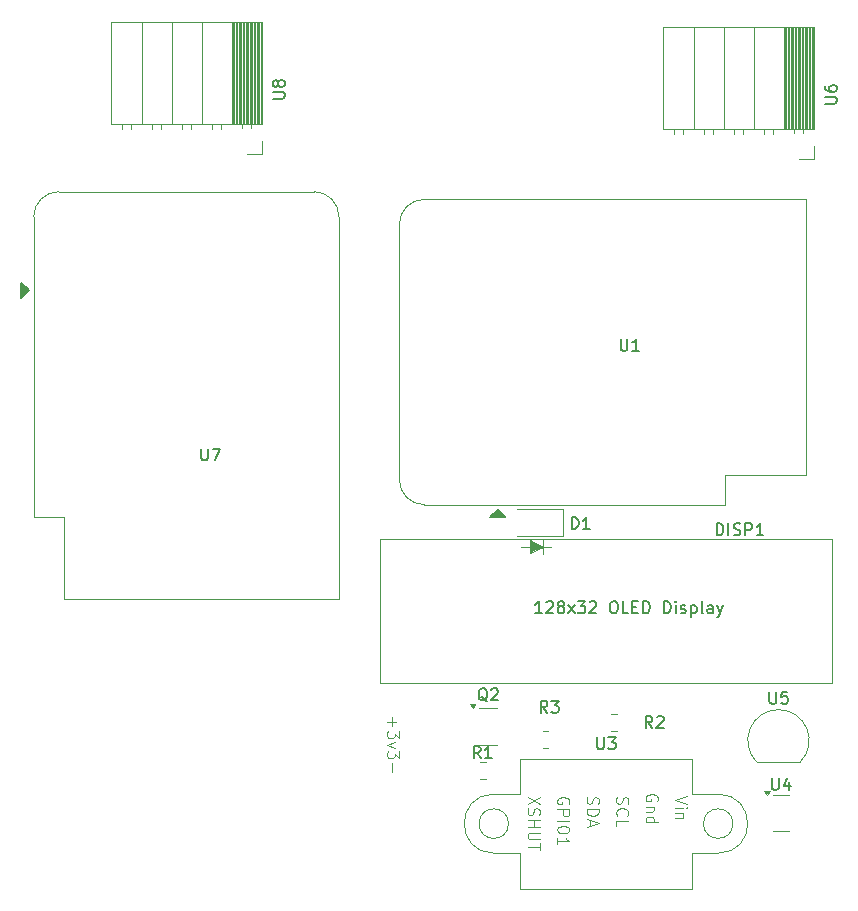
<source format=gbr>
%TF.GenerationSoftware,KiCad,Pcbnew,8.0.7-unknown-202501031822~9d36205ced~ubuntu24.04.1*%
%TF.CreationDate,2025-01-11T19:30:59-05:00*%
%TF.ProjectId,delivery-box-reporter-lora,64656c69-7665-4727-992d-626f782d7265,rev?*%
%TF.SameCoordinates,Original*%
%TF.FileFunction,Legend,Top*%
%TF.FilePolarity,Positive*%
%FSLAX46Y46*%
G04 Gerber Fmt 4.6, Leading zero omitted, Abs format (unit mm)*
G04 Created by KiCad (PCBNEW 8.0.7-unknown-202501031822~9d36205ced~ubuntu24.04.1) date 2025-01-11 19:30:59*
%MOMM*%
%LPD*%
G01*
G04 APERTURE LIST*
%ADD10C,0.100000*%
%ADD11C,0.150000*%
%ADD12C,0.120000*%
G04 APERTURE END LIST*
D10*
X137475000Y-99625000D02*
X137475000Y-100875000D01*
X137475000Y-100250000D02*
X136375000Y-99675000D01*
X136375000Y-99675000D02*
X136375000Y-100825000D01*
X136375000Y-100825000D02*
X137475000Y-100250000D01*
X137475000Y-100250000D02*
X136375000Y-100825000D01*
X136375000Y-99675000D01*
X137475000Y-100250000D01*
G36*
X137475000Y-100250000D02*
G01*
X136375000Y-100825000D01*
X136375000Y-99675000D01*
X137475000Y-100250000D01*
G37*
X135575000Y-100275000D02*
X138125000Y-100275000D01*
X124658533Y-114703884D02*
X124658533Y-115465789D01*
X124277580Y-115084836D02*
X125039485Y-115084836D01*
X125277580Y-115846741D02*
X125277580Y-116465788D01*
X125277580Y-116465788D02*
X124896628Y-116132455D01*
X124896628Y-116132455D02*
X124896628Y-116275312D01*
X124896628Y-116275312D02*
X124849009Y-116370550D01*
X124849009Y-116370550D02*
X124801390Y-116418169D01*
X124801390Y-116418169D02*
X124706152Y-116465788D01*
X124706152Y-116465788D02*
X124468057Y-116465788D01*
X124468057Y-116465788D02*
X124372819Y-116418169D01*
X124372819Y-116418169D02*
X124325200Y-116370550D01*
X124325200Y-116370550D02*
X124277580Y-116275312D01*
X124277580Y-116275312D02*
X124277580Y-115989598D01*
X124277580Y-115989598D02*
X124325200Y-115894360D01*
X124325200Y-115894360D02*
X124372819Y-115846741D01*
X124944247Y-116799122D02*
X124277580Y-117037217D01*
X124277580Y-117037217D02*
X124944247Y-117275312D01*
X125277580Y-117561027D02*
X125277580Y-118180074D01*
X125277580Y-118180074D02*
X124896628Y-117846741D01*
X124896628Y-117846741D02*
X124896628Y-117989598D01*
X124896628Y-117989598D02*
X124849009Y-118084836D01*
X124849009Y-118084836D02*
X124801390Y-118132455D01*
X124801390Y-118132455D02*
X124706152Y-118180074D01*
X124706152Y-118180074D02*
X124468057Y-118180074D01*
X124468057Y-118180074D02*
X124372819Y-118132455D01*
X124372819Y-118132455D02*
X124325200Y-118084836D01*
X124325200Y-118084836D02*
X124277580Y-117989598D01*
X124277580Y-117989598D02*
X124277580Y-117703884D01*
X124277580Y-117703884D02*
X124325200Y-117608646D01*
X124325200Y-117608646D02*
X124372819Y-117561027D01*
X124658533Y-118608646D02*
X124658533Y-119370551D01*
D11*
X152172619Y-99279819D02*
X152172619Y-98279819D01*
X152172619Y-98279819D02*
X152410714Y-98279819D01*
X152410714Y-98279819D02*
X152553571Y-98327438D01*
X152553571Y-98327438D02*
X152648809Y-98422676D01*
X152648809Y-98422676D02*
X152696428Y-98517914D01*
X152696428Y-98517914D02*
X152744047Y-98708390D01*
X152744047Y-98708390D02*
X152744047Y-98851247D01*
X152744047Y-98851247D02*
X152696428Y-99041723D01*
X152696428Y-99041723D02*
X152648809Y-99136961D01*
X152648809Y-99136961D02*
X152553571Y-99232200D01*
X152553571Y-99232200D02*
X152410714Y-99279819D01*
X152410714Y-99279819D02*
X152172619Y-99279819D01*
X153172619Y-99279819D02*
X153172619Y-98279819D01*
X153601190Y-99232200D02*
X153744047Y-99279819D01*
X153744047Y-99279819D02*
X153982142Y-99279819D01*
X153982142Y-99279819D02*
X154077380Y-99232200D01*
X154077380Y-99232200D02*
X154124999Y-99184580D01*
X154124999Y-99184580D02*
X154172618Y-99089342D01*
X154172618Y-99089342D02*
X154172618Y-98994104D01*
X154172618Y-98994104D02*
X154124999Y-98898866D01*
X154124999Y-98898866D02*
X154077380Y-98851247D01*
X154077380Y-98851247D02*
X153982142Y-98803628D01*
X153982142Y-98803628D02*
X153791666Y-98756009D01*
X153791666Y-98756009D02*
X153696428Y-98708390D01*
X153696428Y-98708390D02*
X153648809Y-98660771D01*
X153648809Y-98660771D02*
X153601190Y-98565533D01*
X153601190Y-98565533D02*
X153601190Y-98470295D01*
X153601190Y-98470295D02*
X153648809Y-98375057D01*
X153648809Y-98375057D02*
X153696428Y-98327438D01*
X153696428Y-98327438D02*
X153791666Y-98279819D01*
X153791666Y-98279819D02*
X154029761Y-98279819D01*
X154029761Y-98279819D02*
X154172618Y-98327438D01*
X154601190Y-99279819D02*
X154601190Y-98279819D01*
X154601190Y-98279819D02*
X154982142Y-98279819D01*
X154982142Y-98279819D02*
X155077380Y-98327438D01*
X155077380Y-98327438D02*
X155124999Y-98375057D01*
X155124999Y-98375057D02*
X155172618Y-98470295D01*
X155172618Y-98470295D02*
X155172618Y-98613152D01*
X155172618Y-98613152D02*
X155124999Y-98708390D01*
X155124999Y-98708390D02*
X155077380Y-98756009D01*
X155077380Y-98756009D02*
X154982142Y-98803628D01*
X154982142Y-98803628D02*
X154601190Y-98803628D01*
X156124999Y-99279819D02*
X155553571Y-99279819D01*
X155839285Y-99279819D02*
X155839285Y-98279819D01*
X155839285Y-98279819D02*
X155744047Y-98422676D01*
X155744047Y-98422676D02*
X155648809Y-98517914D01*
X155648809Y-98517914D02*
X155553571Y-98565533D01*
X137374056Y-105879419D02*
X136802628Y-105879419D01*
X137088342Y-105879419D02*
X137088342Y-104879419D01*
X137088342Y-104879419D02*
X136993104Y-105022276D01*
X136993104Y-105022276D02*
X136897866Y-105117514D01*
X136897866Y-105117514D02*
X136802628Y-105165133D01*
X137755009Y-104974657D02*
X137802628Y-104927038D01*
X137802628Y-104927038D02*
X137897866Y-104879419D01*
X137897866Y-104879419D02*
X138135961Y-104879419D01*
X138135961Y-104879419D02*
X138231199Y-104927038D01*
X138231199Y-104927038D02*
X138278818Y-104974657D01*
X138278818Y-104974657D02*
X138326437Y-105069895D01*
X138326437Y-105069895D02*
X138326437Y-105165133D01*
X138326437Y-105165133D02*
X138278818Y-105307990D01*
X138278818Y-105307990D02*
X137707390Y-105879419D01*
X137707390Y-105879419D02*
X138326437Y-105879419D01*
X138897866Y-105307990D02*
X138802628Y-105260371D01*
X138802628Y-105260371D02*
X138755009Y-105212752D01*
X138755009Y-105212752D02*
X138707390Y-105117514D01*
X138707390Y-105117514D02*
X138707390Y-105069895D01*
X138707390Y-105069895D02*
X138755009Y-104974657D01*
X138755009Y-104974657D02*
X138802628Y-104927038D01*
X138802628Y-104927038D02*
X138897866Y-104879419D01*
X138897866Y-104879419D02*
X139088342Y-104879419D01*
X139088342Y-104879419D02*
X139183580Y-104927038D01*
X139183580Y-104927038D02*
X139231199Y-104974657D01*
X139231199Y-104974657D02*
X139278818Y-105069895D01*
X139278818Y-105069895D02*
X139278818Y-105117514D01*
X139278818Y-105117514D02*
X139231199Y-105212752D01*
X139231199Y-105212752D02*
X139183580Y-105260371D01*
X139183580Y-105260371D02*
X139088342Y-105307990D01*
X139088342Y-105307990D02*
X138897866Y-105307990D01*
X138897866Y-105307990D02*
X138802628Y-105355609D01*
X138802628Y-105355609D02*
X138755009Y-105403228D01*
X138755009Y-105403228D02*
X138707390Y-105498466D01*
X138707390Y-105498466D02*
X138707390Y-105688942D01*
X138707390Y-105688942D02*
X138755009Y-105784180D01*
X138755009Y-105784180D02*
X138802628Y-105831800D01*
X138802628Y-105831800D02*
X138897866Y-105879419D01*
X138897866Y-105879419D02*
X139088342Y-105879419D01*
X139088342Y-105879419D02*
X139183580Y-105831800D01*
X139183580Y-105831800D02*
X139231199Y-105784180D01*
X139231199Y-105784180D02*
X139278818Y-105688942D01*
X139278818Y-105688942D02*
X139278818Y-105498466D01*
X139278818Y-105498466D02*
X139231199Y-105403228D01*
X139231199Y-105403228D02*
X139183580Y-105355609D01*
X139183580Y-105355609D02*
X139088342Y-105307990D01*
X139612152Y-105879419D02*
X140135961Y-105212752D01*
X139612152Y-105212752D02*
X140135961Y-105879419D01*
X140421676Y-104879419D02*
X141040723Y-104879419D01*
X141040723Y-104879419D02*
X140707390Y-105260371D01*
X140707390Y-105260371D02*
X140850247Y-105260371D01*
X140850247Y-105260371D02*
X140945485Y-105307990D01*
X140945485Y-105307990D02*
X140993104Y-105355609D01*
X140993104Y-105355609D02*
X141040723Y-105450847D01*
X141040723Y-105450847D02*
X141040723Y-105688942D01*
X141040723Y-105688942D02*
X140993104Y-105784180D01*
X140993104Y-105784180D02*
X140945485Y-105831800D01*
X140945485Y-105831800D02*
X140850247Y-105879419D01*
X140850247Y-105879419D02*
X140564533Y-105879419D01*
X140564533Y-105879419D02*
X140469295Y-105831800D01*
X140469295Y-105831800D02*
X140421676Y-105784180D01*
X141421676Y-104974657D02*
X141469295Y-104927038D01*
X141469295Y-104927038D02*
X141564533Y-104879419D01*
X141564533Y-104879419D02*
X141802628Y-104879419D01*
X141802628Y-104879419D02*
X141897866Y-104927038D01*
X141897866Y-104927038D02*
X141945485Y-104974657D01*
X141945485Y-104974657D02*
X141993104Y-105069895D01*
X141993104Y-105069895D02*
X141993104Y-105165133D01*
X141993104Y-105165133D02*
X141945485Y-105307990D01*
X141945485Y-105307990D02*
X141374057Y-105879419D01*
X141374057Y-105879419D02*
X141993104Y-105879419D01*
X143374057Y-104879419D02*
X143564533Y-104879419D01*
X143564533Y-104879419D02*
X143659771Y-104927038D01*
X143659771Y-104927038D02*
X143755009Y-105022276D01*
X143755009Y-105022276D02*
X143802628Y-105212752D01*
X143802628Y-105212752D02*
X143802628Y-105546085D01*
X143802628Y-105546085D02*
X143755009Y-105736561D01*
X143755009Y-105736561D02*
X143659771Y-105831800D01*
X143659771Y-105831800D02*
X143564533Y-105879419D01*
X143564533Y-105879419D02*
X143374057Y-105879419D01*
X143374057Y-105879419D02*
X143278819Y-105831800D01*
X143278819Y-105831800D02*
X143183581Y-105736561D01*
X143183581Y-105736561D02*
X143135962Y-105546085D01*
X143135962Y-105546085D02*
X143135962Y-105212752D01*
X143135962Y-105212752D02*
X143183581Y-105022276D01*
X143183581Y-105022276D02*
X143278819Y-104927038D01*
X143278819Y-104927038D02*
X143374057Y-104879419D01*
X144707390Y-105879419D02*
X144231200Y-105879419D01*
X144231200Y-105879419D02*
X144231200Y-104879419D01*
X145040724Y-105355609D02*
X145374057Y-105355609D01*
X145516914Y-105879419D02*
X145040724Y-105879419D01*
X145040724Y-105879419D02*
X145040724Y-104879419D01*
X145040724Y-104879419D02*
X145516914Y-104879419D01*
X145945486Y-105879419D02*
X145945486Y-104879419D01*
X145945486Y-104879419D02*
X146183581Y-104879419D01*
X146183581Y-104879419D02*
X146326438Y-104927038D01*
X146326438Y-104927038D02*
X146421676Y-105022276D01*
X146421676Y-105022276D02*
X146469295Y-105117514D01*
X146469295Y-105117514D02*
X146516914Y-105307990D01*
X146516914Y-105307990D02*
X146516914Y-105450847D01*
X146516914Y-105450847D02*
X146469295Y-105641323D01*
X146469295Y-105641323D02*
X146421676Y-105736561D01*
X146421676Y-105736561D02*
X146326438Y-105831800D01*
X146326438Y-105831800D02*
X146183581Y-105879419D01*
X146183581Y-105879419D02*
X145945486Y-105879419D01*
X147707391Y-105879419D02*
X147707391Y-104879419D01*
X147707391Y-104879419D02*
X147945486Y-104879419D01*
X147945486Y-104879419D02*
X148088343Y-104927038D01*
X148088343Y-104927038D02*
X148183581Y-105022276D01*
X148183581Y-105022276D02*
X148231200Y-105117514D01*
X148231200Y-105117514D02*
X148278819Y-105307990D01*
X148278819Y-105307990D02*
X148278819Y-105450847D01*
X148278819Y-105450847D02*
X148231200Y-105641323D01*
X148231200Y-105641323D02*
X148183581Y-105736561D01*
X148183581Y-105736561D02*
X148088343Y-105831800D01*
X148088343Y-105831800D02*
X147945486Y-105879419D01*
X147945486Y-105879419D02*
X147707391Y-105879419D01*
X148707391Y-105879419D02*
X148707391Y-105212752D01*
X148707391Y-104879419D02*
X148659772Y-104927038D01*
X148659772Y-104927038D02*
X148707391Y-104974657D01*
X148707391Y-104974657D02*
X148755010Y-104927038D01*
X148755010Y-104927038D02*
X148707391Y-104879419D01*
X148707391Y-104879419D02*
X148707391Y-104974657D01*
X149135962Y-105831800D02*
X149231200Y-105879419D01*
X149231200Y-105879419D02*
X149421676Y-105879419D01*
X149421676Y-105879419D02*
X149516914Y-105831800D01*
X149516914Y-105831800D02*
X149564533Y-105736561D01*
X149564533Y-105736561D02*
X149564533Y-105688942D01*
X149564533Y-105688942D02*
X149516914Y-105593704D01*
X149516914Y-105593704D02*
X149421676Y-105546085D01*
X149421676Y-105546085D02*
X149278819Y-105546085D01*
X149278819Y-105546085D02*
X149183581Y-105498466D01*
X149183581Y-105498466D02*
X149135962Y-105403228D01*
X149135962Y-105403228D02*
X149135962Y-105355609D01*
X149135962Y-105355609D02*
X149183581Y-105260371D01*
X149183581Y-105260371D02*
X149278819Y-105212752D01*
X149278819Y-105212752D02*
X149421676Y-105212752D01*
X149421676Y-105212752D02*
X149516914Y-105260371D01*
X149993105Y-105212752D02*
X149993105Y-106212752D01*
X149993105Y-105260371D02*
X150088343Y-105212752D01*
X150088343Y-105212752D02*
X150278819Y-105212752D01*
X150278819Y-105212752D02*
X150374057Y-105260371D01*
X150374057Y-105260371D02*
X150421676Y-105307990D01*
X150421676Y-105307990D02*
X150469295Y-105403228D01*
X150469295Y-105403228D02*
X150469295Y-105688942D01*
X150469295Y-105688942D02*
X150421676Y-105784180D01*
X150421676Y-105784180D02*
X150374057Y-105831800D01*
X150374057Y-105831800D02*
X150278819Y-105879419D01*
X150278819Y-105879419D02*
X150088343Y-105879419D01*
X150088343Y-105879419D02*
X149993105Y-105831800D01*
X151040724Y-105879419D02*
X150945486Y-105831800D01*
X150945486Y-105831800D02*
X150897867Y-105736561D01*
X150897867Y-105736561D02*
X150897867Y-104879419D01*
X151850248Y-105879419D02*
X151850248Y-105355609D01*
X151850248Y-105355609D02*
X151802629Y-105260371D01*
X151802629Y-105260371D02*
X151707391Y-105212752D01*
X151707391Y-105212752D02*
X151516915Y-105212752D01*
X151516915Y-105212752D02*
X151421677Y-105260371D01*
X151850248Y-105831800D02*
X151755010Y-105879419D01*
X151755010Y-105879419D02*
X151516915Y-105879419D01*
X151516915Y-105879419D02*
X151421677Y-105831800D01*
X151421677Y-105831800D02*
X151374058Y-105736561D01*
X151374058Y-105736561D02*
X151374058Y-105641323D01*
X151374058Y-105641323D02*
X151421677Y-105546085D01*
X151421677Y-105546085D02*
X151516915Y-105498466D01*
X151516915Y-105498466D02*
X151755010Y-105498466D01*
X151755010Y-105498466D02*
X151850248Y-105450847D01*
X152231201Y-105212752D02*
X152469296Y-105879419D01*
X152707391Y-105212752D02*
X152469296Y-105879419D01*
X152469296Y-105879419D02*
X152374058Y-106117514D01*
X152374058Y-106117514D02*
X152326439Y-106165133D01*
X152326439Y-106165133D02*
X152231201Y-106212752D01*
X146733333Y-115604819D02*
X146400000Y-115128628D01*
X146161905Y-115604819D02*
X146161905Y-114604819D01*
X146161905Y-114604819D02*
X146542857Y-114604819D01*
X146542857Y-114604819D02*
X146638095Y-114652438D01*
X146638095Y-114652438D02*
X146685714Y-114700057D01*
X146685714Y-114700057D02*
X146733333Y-114795295D01*
X146733333Y-114795295D02*
X146733333Y-114938152D01*
X146733333Y-114938152D02*
X146685714Y-115033390D01*
X146685714Y-115033390D02*
X146638095Y-115081009D01*
X146638095Y-115081009D02*
X146542857Y-115128628D01*
X146542857Y-115128628D02*
X146161905Y-115128628D01*
X147114286Y-114700057D02*
X147161905Y-114652438D01*
X147161905Y-114652438D02*
X147257143Y-114604819D01*
X147257143Y-114604819D02*
X147495238Y-114604819D01*
X147495238Y-114604819D02*
X147590476Y-114652438D01*
X147590476Y-114652438D02*
X147638095Y-114700057D01*
X147638095Y-114700057D02*
X147685714Y-114795295D01*
X147685714Y-114795295D02*
X147685714Y-114890533D01*
X147685714Y-114890533D02*
X147638095Y-115033390D01*
X147638095Y-115033390D02*
X147066667Y-115604819D01*
X147066667Y-115604819D02*
X147685714Y-115604819D01*
X114594819Y-62311904D02*
X115404342Y-62311904D01*
X115404342Y-62311904D02*
X115499580Y-62264285D01*
X115499580Y-62264285D02*
X115547200Y-62216666D01*
X115547200Y-62216666D02*
X115594819Y-62121428D01*
X115594819Y-62121428D02*
X115594819Y-61930952D01*
X115594819Y-61930952D02*
X115547200Y-61835714D01*
X115547200Y-61835714D02*
X115499580Y-61788095D01*
X115499580Y-61788095D02*
X115404342Y-61740476D01*
X115404342Y-61740476D02*
X114594819Y-61740476D01*
X115023390Y-61121428D02*
X114975771Y-61216666D01*
X114975771Y-61216666D02*
X114928152Y-61264285D01*
X114928152Y-61264285D02*
X114832914Y-61311904D01*
X114832914Y-61311904D02*
X114785295Y-61311904D01*
X114785295Y-61311904D02*
X114690057Y-61264285D01*
X114690057Y-61264285D02*
X114642438Y-61216666D01*
X114642438Y-61216666D02*
X114594819Y-61121428D01*
X114594819Y-61121428D02*
X114594819Y-60930952D01*
X114594819Y-60930952D02*
X114642438Y-60835714D01*
X114642438Y-60835714D02*
X114690057Y-60788095D01*
X114690057Y-60788095D02*
X114785295Y-60740476D01*
X114785295Y-60740476D02*
X114832914Y-60740476D01*
X114832914Y-60740476D02*
X114928152Y-60788095D01*
X114928152Y-60788095D02*
X114975771Y-60835714D01*
X114975771Y-60835714D02*
X115023390Y-60930952D01*
X115023390Y-60930952D02*
X115023390Y-61121428D01*
X115023390Y-61121428D02*
X115071009Y-61216666D01*
X115071009Y-61216666D02*
X115118628Y-61264285D01*
X115118628Y-61264285D02*
X115213866Y-61311904D01*
X115213866Y-61311904D02*
X115404342Y-61311904D01*
X115404342Y-61311904D02*
X115499580Y-61264285D01*
X115499580Y-61264285D02*
X115547200Y-61216666D01*
X115547200Y-61216666D02*
X115594819Y-61121428D01*
X115594819Y-61121428D02*
X115594819Y-60930952D01*
X115594819Y-60930952D02*
X115547200Y-60835714D01*
X115547200Y-60835714D02*
X115499580Y-60788095D01*
X115499580Y-60788095D02*
X115404342Y-60740476D01*
X115404342Y-60740476D02*
X115213866Y-60740476D01*
X115213866Y-60740476D02*
X115118628Y-60788095D01*
X115118628Y-60788095D02*
X115071009Y-60835714D01*
X115071009Y-60835714D02*
X115023390Y-60930952D01*
X156643095Y-112544819D02*
X156643095Y-113354342D01*
X156643095Y-113354342D02*
X156690714Y-113449580D01*
X156690714Y-113449580D02*
X156738333Y-113497200D01*
X156738333Y-113497200D02*
X156833571Y-113544819D01*
X156833571Y-113544819D02*
X157024047Y-113544819D01*
X157024047Y-113544819D02*
X157119285Y-113497200D01*
X157119285Y-113497200D02*
X157166904Y-113449580D01*
X157166904Y-113449580D02*
X157214523Y-113354342D01*
X157214523Y-113354342D02*
X157214523Y-112544819D01*
X158166904Y-112544819D02*
X157690714Y-112544819D01*
X157690714Y-112544819D02*
X157643095Y-113021009D01*
X157643095Y-113021009D02*
X157690714Y-112973390D01*
X157690714Y-112973390D02*
X157785952Y-112925771D01*
X157785952Y-112925771D02*
X158024047Y-112925771D01*
X158024047Y-112925771D02*
X158119285Y-112973390D01*
X158119285Y-112973390D02*
X158166904Y-113021009D01*
X158166904Y-113021009D02*
X158214523Y-113116247D01*
X158214523Y-113116247D02*
X158214523Y-113354342D01*
X158214523Y-113354342D02*
X158166904Y-113449580D01*
X158166904Y-113449580D02*
X158119285Y-113497200D01*
X158119285Y-113497200D02*
X158024047Y-113544819D01*
X158024047Y-113544819D02*
X157785952Y-113544819D01*
X157785952Y-113544819D02*
X157690714Y-113497200D01*
X157690714Y-113497200D02*
X157643095Y-113449580D01*
X156850595Y-119854819D02*
X156850595Y-120664342D01*
X156850595Y-120664342D02*
X156898214Y-120759580D01*
X156898214Y-120759580D02*
X156945833Y-120807200D01*
X156945833Y-120807200D02*
X157041071Y-120854819D01*
X157041071Y-120854819D02*
X157231547Y-120854819D01*
X157231547Y-120854819D02*
X157326785Y-120807200D01*
X157326785Y-120807200D02*
X157374404Y-120759580D01*
X157374404Y-120759580D02*
X157422023Y-120664342D01*
X157422023Y-120664342D02*
X157422023Y-119854819D01*
X158326785Y-120188152D02*
X158326785Y-120854819D01*
X158088690Y-119807200D02*
X157850595Y-120521485D01*
X157850595Y-120521485D02*
X158469642Y-120521485D01*
X161334819Y-62731904D02*
X162144342Y-62731904D01*
X162144342Y-62731904D02*
X162239580Y-62684285D01*
X162239580Y-62684285D02*
X162287200Y-62636666D01*
X162287200Y-62636666D02*
X162334819Y-62541428D01*
X162334819Y-62541428D02*
X162334819Y-62350952D01*
X162334819Y-62350952D02*
X162287200Y-62255714D01*
X162287200Y-62255714D02*
X162239580Y-62208095D01*
X162239580Y-62208095D02*
X162144342Y-62160476D01*
X162144342Y-62160476D02*
X161334819Y-62160476D01*
X161334819Y-61255714D02*
X161334819Y-61446190D01*
X161334819Y-61446190D02*
X161382438Y-61541428D01*
X161382438Y-61541428D02*
X161430057Y-61589047D01*
X161430057Y-61589047D02*
X161572914Y-61684285D01*
X161572914Y-61684285D02*
X161763390Y-61731904D01*
X161763390Y-61731904D02*
X162144342Y-61731904D01*
X162144342Y-61731904D02*
X162239580Y-61684285D01*
X162239580Y-61684285D02*
X162287200Y-61636666D01*
X162287200Y-61636666D02*
X162334819Y-61541428D01*
X162334819Y-61541428D02*
X162334819Y-61350952D01*
X162334819Y-61350952D02*
X162287200Y-61255714D01*
X162287200Y-61255714D02*
X162239580Y-61208095D01*
X162239580Y-61208095D02*
X162144342Y-61160476D01*
X162144342Y-61160476D02*
X161906247Y-61160476D01*
X161906247Y-61160476D02*
X161811009Y-61208095D01*
X161811009Y-61208095D02*
X161763390Y-61255714D01*
X161763390Y-61255714D02*
X161715771Y-61350952D01*
X161715771Y-61350952D02*
X161715771Y-61541428D01*
X161715771Y-61541428D02*
X161763390Y-61636666D01*
X161763390Y-61636666D02*
X161811009Y-61684285D01*
X161811009Y-61684285D02*
X161906247Y-61731904D01*
X132183333Y-118154819D02*
X131850000Y-117678628D01*
X131611905Y-118154819D02*
X131611905Y-117154819D01*
X131611905Y-117154819D02*
X131992857Y-117154819D01*
X131992857Y-117154819D02*
X132088095Y-117202438D01*
X132088095Y-117202438D02*
X132135714Y-117250057D01*
X132135714Y-117250057D02*
X132183333Y-117345295D01*
X132183333Y-117345295D02*
X132183333Y-117488152D01*
X132183333Y-117488152D02*
X132135714Y-117583390D01*
X132135714Y-117583390D02*
X132088095Y-117631009D01*
X132088095Y-117631009D02*
X131992857Y-117678628D01*
X131992857Y-117678628D02*
X131611905Y-117678628D01*
X133135714Y-118154819D02*
X132564286Y-118154819D01*
X132850000Y-118154819D02*
X132850000Y-117154819D01*
X132850000Y-117154819D02*
X132754762Y-117297676D01*
X132754762Y-117297676D02*
X132659524Y-117392914D01*
X132659524Y-117392914D02*
X132564286Y-117440533D01*
X137833333Y-114304819D02*
X137500000Y-113828628D01*
X137261905Y-114304819D02*
X137261905Y-113304819D01*
X137261905Y-113304819D02*
X137642857Y-113304819D01*
X137642857Y-113304819D02*
X137738095Y-113352438D01*
X137738095Y-113352438D02*
X137785714Y-113400057D01*
X137785714Y-113400057D02*
X137833333Y-113495295D01*
X137833333Y-113495295D02*
X137833333Y-113638152D01*
X137833333Y-113638152D02*
X137785714Y-113733390D01*
X137785714Y-113733390D02*
X137738095Y-113781009D01*
X137738095Y-113781009D02*
X137642857Y-113828628D01*
X137642857Y-113828628D02*
X137261905Y-113828628D01*
X138166667Y-113304819D02*
X138785714Y-113304819D01*
X138785714Y-113304819D02*
X138452381Y-113685771D01*
X138452381Y-113685771D02*
X138595238Y-113685771D01*
X138595238Y-113685771D02*
X138690476Y-113733390D01*
X138690476Y-113733390D02*
X138738095Y-113781009D01*
X138738095Y-113781009D02*
X138785714Y-113876247D01*
X138785714Y-113876247D02*
X138785714Y-114114342D01*
X138785714Y-114114342D02*
X138738095Y-114209580D01*
X138738095Y-114209580D02*
X138690476Y-114257200D01*
X138690476Y-114257200D02*
X138595238Y-114304819D01*
X138595238Y-114304819D02*
X138309524Y-114304819D01*
X138309524Y-114304819D02*
X138214286Y-114257200D01*
X138214286Y-114257200D02*
X138166667Y-114209580D01*
X108538095Y-91954819D02*
X108538095Y-92764342D01*
X108538095Y-92764342D02*
X108585714Y-92859580D01*
X108585714Y-92859580D02*
X108633333Y-92907200D01*
X108633333Y-92907200D02*
X108728571Y-92954819D01*
X108728571Y-92954819D02*
X108919047Y-92954819D01*
X108919047Y-92954819D02*
X109014285Y-92907200D01*
X109014285Y-92907200D02*
X109061904Y-92859580D01*
X109061904Y-92859580D02*
X109109523Y-92764342D01*
X109109523Y-92764342D02*
X109109523Y-91954819D01*
X109490476Y-91954819D02*
X110157142Y-91954819D01*
X110157142Y-91954819D02*
X109728571Y-92954819D01*
X144038095Y-82654819D02*
X144038095Y-83464342D01*
X144038095Y-83464342D02*
X144085714Y-83559580D01*
X144085714Y-83559580D02*
X144133333Y-83607200D01*
X144133333Y-83607200D02*
X144228571Y-83654819D01*
X144228571Y-83654819D02*
X144419047Y-83654819D01*
X144419047Y-83654819D02*
X144514285Y-83607200D01*
X144514285Y-83607200D02*
X144561904Y-83559580D01*
X144561904Y-83559580D02*
X144609523Y-83464342D01*
X144609523Y-83464342D02*
X144609523Y-82654819D01*
X145609523Y-83654819D02*
X145038095Y-83654819D01*
X145323809Y-83654819D02*
X145323809Y-82654819D01*
X145323809Y-82654819D02*
X145228571Y-82797676D01*
X145228571Y-82797676D02*
X145133333Y-82892914D01*
X145133333Y-82892914D02*
X145038095Y-82940533D01*
X139911905Y-98754819D02*
X139911905Y-97754819D01*
X139911905Y-97754819D02*
X140150000Y-97754819D01*
X140150000Y-97754819D02*
X140292857Y-97802438D01*
X140292857Y-97802438D02*
X140388095Y-97897676D01*
X140388095Y-97897676D02*
X140435714Y-97992914D01*
X140435714Y-97992914D02*
X140483333Y-98183390D01*
X140483333Y-98183390D02*
X140483333Y-98326247D01*
X140483333Y-98326247D02*
X140435714Y-98516723D01*
X140435714Y-98516723D02*
X140388095Y-98611961D01*
X140388095Y-98611961D02*
X140292857Y-98707200D01*
X140292857Y-98707200D02*
X140150000Y-98754819D01*
X140150000Y-98754819D02*
X139911905Y-98754819D01*
X141435714Y-98754819D02*
X140864286Y-98754819D01*
X141150000Y-98754819D02*
X141150000Y-97754819D01*
X141150000Y-97754819D02*
X141054762Y-97897676D01*
X141054762Y-97897676D02*
X140959524Y-97992914D01*
X140959524Y-97992914D02*
X140864286Y-98040533D01*
X132754761Y-113350057D02*
X132659523Y-113302438D01*
X132659523Y-113302438D02*
X132564285Y-113207200D01*
X132564285Y-113207200D02*
X132421428Y-113064342D01*
X132421428Y-113064342D02*
X132326190Y-113016723D01*
X132326190Y-113016723D02*
X132230952Y-113016723D01*
X132278571Y-113254819D02*
X132183333Y-113207200D01*
X132183333Y-113207200D02*
X132088095Y-113111961D01*
X132088095Y-113111961D02*
X132040476Y-112921485D01*
X132040476Y-112921485D02*
X132040476Y-112588152D01*
X132040476Y-112588152D02*
X132088095Y-112397676D01*
X132088095Y-112397676D02*
X132183333Y-112302438D01*
X132183333Y-112302438D02*
X132278571Y-112254819D01*
X132278571Y-112254819D02*
X132469047Y-112254819D01*
X132469047Y-112254819D02*
X132564285Y-112302438D01*
X132564285Y-112302438D02*
X132659523Y-112397676D01*
X132659523Y-112397676D02*
X132707142Y-112588152D01*
X132707142Y-112588152D02*
X132707142Y-112921485D01*
X132707142Y-112921485D02*
X132659523Y-113111961D01*
X132659523Y-113111961D02*
X132564285Y-113207200D01*
X132564285Y-113207200D02*
X132469047Y-113254819D01*
X132469047Y-113254819D02*
X132278571Y-113254819D01*
X133088095Y-112350057D02*
X133135714Y-112302438D01*
X133135714Y-112302438D02*
X133230952Y-112254819D01*
X133230952Y-112254819D02*
X133469047Y-112254819D01*
X133469047Y-112254819D02*
X133564285Y-112302438D01*
X133564285Y-112302438D02*
X133611904Y-112350057D01*
X133611904Y-112350057D02*
X133659523Y-112445295D01*
X133659523Y-112445295D02*
X133659523Y-112540533D01*
X133659523Y-112540533D02*
X133611904Y-112683390D01*
X133611904Y-112683390D02*
X133040476Y-113254819D01*
X133040476Y-113254819D02*
X133659523Y-113254819D01*
X142038095Y-116404819D02*
X142038095Y-117214342D01*
X142038095Y-117214342D02*
X142085714Y-117309580D01*
X142085714Y-117309580D02*
X142133333Y-117357200D01*
X142133333Y-117357200D02*
X142228571Y-117404819D01*
X142228571Y-117404819D02*
X142419047Y-117404819D01*
X142419047Y-117404819D02*
X142514285Y-117357200D01*
X142514285Y-117357200D02*
X142561904Y-117309580D01*
X142561904Y-117309580D02*
X142609523Y-117214342D01*
X142609523Y-117214342D02*
X142609523Y-116404819D01*
X142990476Y-116404819D02*
X143609523Y-116404819D01*
X143609523Y-116404819D02*
X143276190Y-116785771D01*
X143276190Y-116785771D02*
X143419047Y-116785771D01*
X143419047Y-116785771D02*
X143514285Y-116833390D01*
X143514285Y-116833390D02*
X143561904Y-116881009D01*
X143561904Y-116881009D02*
X143609523Y-116976247D01*
X143609523Y-116976247D02*
X143609523Y-117214342D01*
X143609523Y-117214342D02*
X143561904Y-117309580D01*
X143561904Y-117309580D02*
X143514285Y-117357200D01*
X143514285Y-117357200D02*
X143419047Y-117404819D01*
X143419047Y-117404819D02*
X143133333Y-117404819D01*
X143133333Y-117404819D02*
X143038095Y-117357200D01*
X143038095Y-117357200D02*
X142990476Y-117309580D01*
D10*
X149677580Y-121361027D02*
X148677580Y-121694360D01*
X148677580Y-121694360D02*
X149677580Y-122027693D01*
X148677580Y-122361027D02*
X149344247Y-122361027D01*
X149677580Y-122361027D02*
X149629961Y-122313408D01*
X149629961Y-122313408D02*
X149582342Y-122361027D01*
X149582342Y-122361027D02*
X149629961Y-122408646D01*
X149629961Y-122408646D02*
X149677580Y-122361027D01*
X149677580Y-122361027D02*
X149582342Y-122361027D01*
X149344247Y-122837217D02*
X148677580Y-122837217D01*
X149249009Y-122837217D02*
X149296628Y-122884836D01*
X149296628Y-122884836D02*
X149344247Y-122980074D01*
X149344247Y-122980074D02*
X149344247Y-123122931D01*
X149344247Y-123122931D02*
X149296628Y-123218169D01*
X149296628Y-123218169D02*
X149201390Y-123265788D01*
X149201390Y-123265788D02*
X148677580Y-123265788D01*
X139629961Y-122027693D02*
X139677580Y-121932455D01*
X139677580Y-121932455D02*
X139677580Y-121789598D01*
X139677580Y-121789598D02*
X139629961Y-121646741D01*
X139629961Y-121646741D02*
X139534723Y-121551503D01*
X139534723Y-121551503D02*
X139439485Y-121503884D01*
X139439485Y-121503884D02*
X139249009Y-121456265D01*
X139249009Y-121456265D02*
X139106152Y-121456265D01*
X139106152Y-121456265D02*
X138915676Y-121503884D01*
X138915676Y-121503884D02*
X138820438Y-121551503D01*
X138820438Y-121551503D02*
X138725200Y-121646741D01*
X138725200Y-121646741D02*
X138677580Y-121789598D01*
X138677580Y-121789598D02*
X138677580Y-121884836D01*
X138677580Y-121884836D02*
X138725200Y-122027693D01*
X138725200Y-122027693D02*
X138772819Y-122075312D01*
X138772819Y-122075312D02*
X139106152Y-122075312D01*
X139106152Y-122075312D02*
X139106152Y-121884836D01*
X138677580Y-122503884D02*
X139677580Y-122503884D01*
X139677580Y-122503884D02*
X139677580Y-122884836D01*
X139677580Y-122884836D02*
X139629961Y-122980074D01*
X139629961Y-122980074D02*
X139582342Y-123027693D01*
X139582342Y-123027693D02*
X139487104Y-123075312D01*
X139487104Y-123075312D02*
X139344247Y-123075312D01*
X139344247Y-123075312D02*
X139249009Y-123027693D01*
X139249009Y-123027693D02*
X139201390Y-122980074D01*
X139201390Y-122980074D02*
X139153771Y-122884836D01*
X139153771Y-122884836D02*
X139153771Y-122503884D01*
X138677580Y-123503884D02*
X139677580Y-123503884D01*
X139677580Y-124170550D02*
X139677580Y-124265788D01*
X139677580Y-124265788D02*
X139629961Y-124361026D01*
X139629961Y-124361026D02*
X139582342Y-124408645D01*
X139582342Y-124408645D02*
X139487104Y-124456264D01*
X139487104Y-124456264D02*
X139296628Y-124503883D01*
X139296628Y-124503883D02*
X139058533Y-124503883D01*
X139058533Y-124503883D02*
X138868057Y-124456264D01*
X138868057Y-124456264D02*
X138772819Y-124408645D01*
X138772819Y-124408645D02*
X138725200Y-124361026D01*
X138725200Y-124361026D02*
X138677580Y-124265788D01*
X138677580Y-124265788D02*
X138677580Y-124170550D01*
X138677580Y-124170550D02*
X138725200Y-124075312D01*
X138725200Y-124075312D02*
X138772819Y-124027693D01*
X138772819Y-124027693D02*
X138868057Y-123980074D01*
X138868057Y-123980074D02*
X139058533Y-123932455D01*
X139058533Y-123932455D02*
X139296628Y-123932455D01*
X139296628Y-123932455D02*
X139487104Y-123980074D01*
X139487104Y-123980074D02*
X139582342Y-124027693D01*
X139582342Y-124027693D02*
X139629961Y-124075312D01*
X139629961Y-124075312D02*
X139677580Y-124170550D01*
X138677580Y-125456264D02*
X138677580Y-124884836D01*
X138677580Y-125170550D02*
X139677580Y-125170550D01*
X139677580Y-125170550D02*
X139534723Y-125075312D01*
X139534723Y-125075312D02*
X139439485Y-124980074D01*
X139439485Y-124980074D02*
X139391866Y-124884836D01*
X141225200Y-121456265D02*
X141177580Y-121599122D01*
X141177580Y-121599122D02*
X141177580Y-121837217D01*
X141177580Y-121837217D02*
X141225200Y-121932455D01*
X141225200Y-121932455D02*
X141272819Y-121980074D01*
X141272819Y-121980074D02*
X141368057Y-122027693D01*
X141368057Y-122027693D02*
X141463295Y-122027693D01*
X141463295Y-122027693D02*
X141558533Y-121980074D01*
X141558533Y-121980074D02*
X141606152Y-121932455D01*
X141606152Y-121932455D02*
X141653771Y-121837217D01*
X141653771Y-121837217D02*
X141701390Y-121646741D01*
X141701390Y-121646741D02*
X141749009Y-121551503D01*
X141749009Y-121551503D02*
X141796628Y-121503884D01*
X141796628Y-121503884D02*
X141891866Y-121456265D01*
X141891866Y-121456265D02*
X141987104Y-121456265D01*
X141987104Y-121456265D02*
X142082342Y-121503884D01*
X142082342Y-121503884D02*
X142129961Y-121551503D01*
X142129961Y-121551503D02*
X142177580Y-121646741D01*
X142177580Y-121646741D02*
X142177580Y-121884836D01*
X142177580Y-121884836D02*
X142129961Y-122027693D01*
X141177580Y-122456265D02*
X142177580Y-122456265D01*
X142177580Y-122456265D02*
X142177580Y-122694360D01*
X142177580Y-122694360D02*
X142129961Y-122837217D01*
X142129961Y-122837217D02*
X142034723Y-122932455D01*
X142034723Y-122932455D02*
X141939485Y-122980074D01*
X141939485Y-122980074D02*
X141749009Y-123027693D01*
X141749009Y-123027693D02*
X141606152Y-123027693D01*
X141606152Y-123027693D02*
X141415676Y-122980074D01*
X141415676Y-122980074D02*
X141320438Y-122932455D01*
X141320438Y-122932455D02*
X141225200Y-122837217D01*
X141225200Y-122837217D02*
X141177580Y-122694360D01*
X141177580Y-122694360D02*
X141177580Y-122456265D01*
X141463295Y-123408646D02*
X141463295Y-123884836D01*
X141177580Y-123313408D02*
X142177580Y-123646741D01*
X142177580Y-123646741D02*
X141177580Y-123980074D01*
X143725200Y-121456265D02*
X143677580Y-121599122D01*
X143677580Y-121599122D02*
X143677580Y-121837217D01*
X143677580Y-121837217D02*
X143725200Y-121932455D01*
X143725200Y-121932455D02*
X143772819Y-121980074D01*
X143772819Y-121980074D02*
X143868057Y-122027693D01*
X143868057Y-122027693D02*
X143963295Y-122027693D01*
X143963295Y-122027693D02*
X144058533Y-121980074D01*
X144058533Y-121980074D02*
X144106152Y-121932455D01*
X144106152Y-121932455D02*
X144153771Y-121837217D01*
X144153771Y-121837217D02*
X144201390Y-121646741D01*
X144201390Y-121646741D02*
X144249009Y-121551503D01*
X144249009Y-121551503D02*
X144296628Y-121503884D01*
X144296628Y-121503884D02*
X144391866Y-121456265D01*
X144391866Y-121456265D02*
X144487104Y-121456265D01*
X144487104Y-121456265D02*
X144582342Y-121503884D01*
X144582342Y-121503884D02*
X144629961Y-121551503D01*
X144629961Y-121551503D02*
X144677580Y-121646741D01*
X144677580Y-121646741D02*
X144677580Y-121884836D01*
X144677580Y-121884836D02*
X144629961Y-122027693D01*
X143772819Y-123027693D02*
X143725200Y-122980074D01*
X143725200Y-122980074D02*
X143677580Y-122837217D01*
X143677580Y-122837217D02*
X143677580Y-122741979D01*
X143677580Y-122741979D02*
X143725200Y-122599122D01*
X143725200Y-122599122D02*
X143820438Y-122503884D01*
X143820438Y-122503884D02*
X143915676Y-122456265D01*
X143915676Y-122456265D02*
X144106152Y-122408646D01*
X144106152Y-122408646D02*
X144249009Y-122408646D01*
X144249009Y-122408646D02*
X144439485Y-122456265D01*
X144439485Y-122456265D02*
X144534723Y-122503884D01*
X144534723Y-122503884D02*
X144629961Y-122599122D01*
X144629961Y-122599122D02*
X144677580Y-122741979D01*
X144677580Y-122741979D02*
X144677580Y-122837217D01*
X144677580Y-122837217D02*
X144629961Y-122980074D01*
X144629961Y-122980074D02*
X144582342Y-123027693D01*
X143677580Y-123932455D02*
X143677580Y-123456265D01*
X143677580Y-123456265D02*
X144677580Y-123456265D01*
X137177580Y-121408646D02*
X136177580Y-122075312D01*
X137177580Y-122075312D02*
X136177580Y-121408646D01*
X136225200Y-122408646D02*
X136177580Y-122551503D01*
X136177580Y-122551503D02*
X136177580Y-122789598D01*
X136177580Y-122789598D02*
X136225200Y-122884836D01*
X136225200Y-122884836D02*
X136272819Y-122932455D01*
X136272819Y-122932455D02*
X136368057Y-122980074D01*
X136368057Y-122980074D02*
X136463295Y-122980074D01*
X136463295Y-122980074D02*
X136558533Y-122932455D01*
X136558533Y-122932455D02*
X136606152Y-122884836D01*
X136606152Y-122884836D02*
X136653771Y-122789598D01*
X136653771Y-122789598D02*
X136701390Y-122599122D01*
X136701390Y-122599122D02*
X136749009Y-122503884D01*
X136749009Y-122503884D02*
X136796628Y-122456265D01*
X136796628Y-122456265D02*
X136891866Y-122408646D01*
X136891866Y-122408646D02*
X136987104Y-122408646D01*
X136987104Y-122408646D02*
X137082342Y-122456265D01*
X137082342Y-122456265D02*
X137129961Y-122503884D01*
X137129961Y-122503884D02*
X137177580Y-122599122D01*
X137177580Y-122599122D02*
X137177580Y-122837217D01*
X137177580Y-122837217D02*
X137129961Y-122980074D01*
X136177580Y-123408646D02*
X137177580Y-123408646D01*
X136701390Y-123408646D02*
X136701390Y-123980074D01*
X136177580Y-123980074D02*
X137177580Y-123980074D01*
X137177580Y-124456265D02*
X136368057Y-124456265D01*
X136368057Y-124456265D02*
X136272819Y-124503884D01*
X136272819Y-124503884D02*
X136225200Y-124551503D01*
X136225200Y-124551503D02*
X136177580Y-124646741D01*
X136177580Y-124646741D02*
X136177580Y-124837217D01*
X136177580Y-124837217D02*
X136225200Y-124932455D01*
X136225200Y-124932455D02*
X136272819Y-124980074D01*
X136272819Y-124980074D02*
X136368057Y-125027693D01*
X136368057Y-125027693D02*
X137177580Y-125027693D01*
X137177580Y-125361027D02*
X137177580Y-125932455D01*
X136177580Y-125646741D02*
X137177580Y-125646741D01*
X147129961Y-121777693D02*
X147177580Y-121682455D01*
X147177580Y-121682455D02*
X147177580Y-121539598D01*
X147177580Y-121539598D02*
X147129961Y-121396741D01*
X147129961Y-121396741D02*
X147034723Y-121301503D01*
X147034723Y-121301503D02*
X146939485Y-121253884D01*
X146939485Y-121253884D02*
X146749009Y-121206265D01*
X146749009Y-121206265D02*
X146606152Y-121206265D01*
X146606152Y-121206265D02*
X146415676Y-121253884D01*
X146415676Y-121253884D02*
X146320438Y-121301503D01*
X146320438Y-121301503D02*
X146225200Y-121396741D01*
X146225200Y-121396741D02*
X146177580Y-121539598D01*
X146177580Y-121539598D02*
X146177580Y-121634836D01*
X146177580Y-121634836D02*
X146225200Y-121777693D01*
X146225200Y-121777693D02*
X146272819Y-121825312D01*
X146272819Y-121825312D02*
X146606152Y-121825312D01*
X146606152Y-121825312D02*
X146606152Y-121634836D01*
X146844247Y-122253884D02*
X146177580Y-122253884D01*
X146749009Y-122253884D02*
X146796628Y-122301503D01*
X146796628Y-122301503D02*
X146844247Y-122396741D01*
X146844247Y-122396741D02*
X146844247Y-122539598D01*
X146844247Y-122539598D02*
X146796628Y-122634836D01*
X146796628Y-122634836D02*
X146701390Y-122682455D01*
X146701390Y-122682455D02*
X146177580Y-122682455D01*
X146177580Y-123587217D02*
X147177580Y-123587217D01*
X146225200Y-123587217D02*
X146177580Y-123491979D01*
X146177580Y-123491979D02*
X146177580Y-123301503D01*
X146177580Y-123301503D02*
X146225200Y-123206265D01*
X146225200Y-123206265D02*
X146272819Y-123158646D01*
X146272819Y-123158646D02*
X146368057Y-123111027D01*
X146368057Y-123111027D02*
X146653771Y-123111027D01*
X146653771Y-123111027D02*
X146749009Y-123158646D01*
X146749009Y-123158646D02*
X146796628Y-123206265D01*
X146796628Y-123206265D02*
X146844247Y-123301503D01*
X146844247Y-123301503D02*
X146844247Y-123491979D01*
X146844247Y-123491979D02*
X146796628Y-123587217D01*
%TO.C,DISP1*%
D12*
X123700000Y-111800000D02*
X161900000Y-111800000D01*
X161900000Y-99600000D01*
X123700000Y-99600000D01*
X123700000Y-111800000D01*
%TO.C,R2*%
X143260436Y-114415000D02*
X143714564Y-114415000D01*
X143260436Y-115885000D02*
X143714564Y-115885000D01*
%TO.C,U8*%
X100880000Y-55840000D02*
X100880000Y-64470000D01*
X101850000Y-64470000D02*
X101850000Y-64880000D01*
X102570000Y-64470000D02*
X102570000Y-64880000D01*
X103480000Y-55840000D02*
X103480000Y-64470000D01*
X104390000Y-64470000D02*
X104390000Y-64880000D01*
X105110000Y-64470000D02*
X105110000Y-64880000D01*
X106020000Y-55840000D02*
X106020000Y-64470000D01*
X106930000Y-64470000D02*
X106930000Y-64880000D01*
X107650000Y-64470000D02*
X107650000Y-64880000D01*
X108560000Y-55840000D02*
X108560000Y-64470000D01*
X109470000Y-64470000D02*
X109470000Y-64880000D01*
X110190000Y-64470000D02*
X110190000Y-64880000D01*
X111100000Y-55840000D02*
X111100000Y-64470000D01*
X111218100Y-55840000D02*
X111218100Y-64470000D01*
X111336195Y-55840000D02*
X111336195Y-64470000D01*
X111454290Y-55840000D02*
X111454290Y-64470000D01*
X111572385Y-55840000D02*
X111572385Y-64470000D01*
X111690480Y-55840000D02*
X111690480Y-64470000D01*
X111808575Y-55840000D02*
X111808575Y-64470000D01*
X111926670Y-55840000D02*
X111926670Y-64470000D01*
X112010000Y-64470000D02*
X112010000Y-64820000D01*
X112044765Y-55840000D02*
X112044765Y-64470000D01*
X112162860Y-55840000D02*
X112162860Y-64470000D01*
X112280955Y-55840000D02*
X112280955Y-64470000D01*
X112399050Y-55840000D02*
X112399050Y-64470000D01*
X112517145Y-55840000D02*
X112517145Y-64470000D01*
X112635240Y-55840000D02*
X112635240Y-64470000D01*
X112730000Y-64470000D02*
X112730000Y-64820000D01*
X112753335Y-55840000D02*
X112753335Y-64470000D01*
X112871430Y-55840000D02*
X112871430Y-64470000D01*
X112989525Y-55840000D02*
X112989525Y-64470000D01*
X113107620Y-55840000D02*
X113107620Y-64470000D01*
X113225715Y-55840000D02*
X113225715Y-64470000D01*
X113343810Y-55840000D02*
X113343810Y-64470000D01*
X113461905Y-55840000D02*
X113461905Y-64470000D01*
X113580000Y-55840000D02*
X113580000Y-64470000D01*
X113700000Y-55840000D02*
X100880000Y-55840000D01*
X113700000Y-55840000D02*
X113700000Y-64470000D01*
X113700000Y-64470000D02*
X100880000Y-64470000D01*
X113700000Y-65930000D02*
X113700000Y-67040000D01*
X113700000Y-67040000D02*
X112370000Y-67040000D01*
%TO.C,U5*%
X155605000Y-118500000D02*
X159205000Y-118500000D01*
X155566522Y-118488478D02*
G75*
G02*
X157405000Y-114049999I1838478J1838478D01*
G01*
X157405000Y-114050000D02*
G75*
G02*
X159243478Y-118488478I0J-2600000D01*
G01*
%TO.C,U4*%
X157612500Y-121240000D02*
X156962500Y-121240000D01*
X157612500Y-121240000D02*
X158262500Y-121240000D01*
X157612500Y-124360000D02*
X156962500Y-124360000D01*
X157612500Y-124360000D02*
X158262500Y-124360000D01*
X156450000Y-121290000D02*
X156210000Y-120960000D01*
X156690000Y-120960000D01*
X156450000Y-121290000D01*
G36*
X156450000Y-121290000D02*
G01*
X156210000Y-120960000D01*
X156690000Y-120960000D01*
X156450000Y-121290000D01*
G37*
%TO.C,U6*%
X147620000Y-56260000D02*
X147620000Y-64890000D01*
X148590000Y-64890000D02*
X148590000Y-65300000D01*
X149310000Y-64890000D02*
X149310000Y-65300000D01*
X150220000Y-56260000D02*
X150220000Y-64890000D01*
X151130000Y-64890000D02*
X151130000Y-65300000D01*
X151850000Y-64890000D02*
X151850000Y-65300000D01*
X152760000Y-56260000D02*
X152760000Y-64890000D01*
X153670000Y-64890000D02*
X153670000Y-65300000D01*
X154390000Y-64890000D02*
X154390000Y-65300000D01*
X155300000Y-56260000D02*
X155300000Y-64890000D01*
X156210000Y-64890000D02*
X156210000Y-65300000D01*
X156930000Y-64890000D02*
X156930000Y-65300000D01*
X157840000Y-56260000D02*
X157840000Y-64890000D01*
X157958100Y-56260000D02*
X157958100Y-64890000D01*
X158076195Y-56260000D02*
X158076195Y-64890000D01*
X158194290Y-56260000D02*
X158194290Y-64890000D01*
X158312385Y-56260000D02*
X158312385Y-64890000D01*
X158430480Y-56260000D02*
X158430480Y-64890000D01*
X158548575Y-56260000D02*
X158548575Y-64890000D01*
X158666670Y-56260000D02*
X158666670Y-64890000D01*
X158750000Y-64890000D02*
X158750000Y-65240000D01*
X158784765Y-56260000D02*
X158784765Y-64890000D01*
X158902860Y-56260000D02*
X158902860Y-64890000D01*
X159020955Y-56260000D02*
X159020955Y-64890000D01*
X159139050Y-56260000D02*
X159139050Y-64890000D01*
X159257145Y-56260000D02*
X159257145Y-64890000D01*
X159375240Y-56260000D02*
X159375240Y-64890000D01*
X159470000Y-64890000D02*
X159470000Y-65240000D01*
X159493335Y-56260000D02*
X159493335Y-64890000D01*
X159611430Y-56260000D02*
X159611430Y-64890000D01*
X159729525Y-56260000D02*
X159729525Y-64890000D01*
X159847620Y-56260000D02*
X159847620Y-64890000D01*
X159965715Y-56260000D02*
X159965715Y-64890000D01*
X160083810Y-56260000D02*
X160083810Y-64890000D01*
X160201905Y-56260000D02*
X160201905Y-64890000D01*
X160320000Y-56260000D02*
X160320000Y-64890000D01*
X160440000Y-56260000D02*
X147620000Y-56260000D01*
X160440000Y-56260000D02*
X160440000Y-64890000D01*
X160440000Y-64890000D02*
X147620000Y-64890000D01*
X160440000Y-66350000D02*
X160440000Y-67460000D01*
X160440000Y-67460000D02*
X159110000Y-67460000D01*
%TO.C,R1*%
X132160436Y-118465000D02*
X132614564Y-118465000D01*
X132160436Y-119935000D02*
X132614564Y-119935000D01*
%TO.C,R3*%
X137435436Y-115865000D02*
X137889564Y-115865000D01*
X137435436Y-117335000D02*
X137889564Y-117335000D01*
%TO.C,U7*%
X94340000Y-97750000D02*
X94340000Y-72320000D01*
X94340000Y-97750000D02*
X96880000Y-97750000D01*
X96880000Y-97750000D02*
X96880000Y-104650000D01*
X96880000Y-104650000D02*
X120200000Y-104650000D01*
X118080000Y-70190000D02*
X96470000Y-70190000D01*
X120200000Y-104650000D02*
X120200000Y-72320000D01*
X94340000Y-72320000D02*
G75*
G02*
X96470000Y-70190000I2130002J-2D01*
G01*
X118070000Y-70190000D02*
G75*
G02*
X120200000Y-72320000I0J-2130000D01*
G01*
D11*
X93935000Y-78530000D02*
X93300000Y-79165000D01*
X93300000Y-77895000D01*
X93935000Y-78530000D01*
G36*
X93935000Y-78530000D02*
G01*
X93300000Y-79165000D01*
X93300000Y-77895000D01*
X93935000Y-78530000D01*
G37*
D12*
%TO.C,U1*%
X125300000Y-72960000D02*
X125300000Y-94570000D01*
X152860000Y-94160000D02*
X159760000Y-94160000D01*
X152860000Y-96700000D02*
X127430000Y-96700000D01*
X152860000Y-96700000D02*
X152860000Y-94160000D01*
X159760000Y-70840000D02*
X127430000Y-70840000D01*
X159760000Y-94160000D02*
X159760000Y-70840000D01*
X125300000Y-72970000D02*
G75*
G02*
X127430000Y-70840000I2130000J0D01*
G01*
X127430000Y-96700000D02*
G75*
G02*
X125300000Y-94570000I2J2130002D01*
G01*
D11*
X134275000Y-97740000D02*
X133005000Y-97740000D01*
X133640000Y-97105000D01*
X134275000Y-97740000D01*
G36*
X134275000Y-97740000D02*
G01*
X133005000Y-97740000D01*
X133640000Y-97105000D01*
X134275000Y-97740000D01*
G37*
D12*
%TO.C,D1*%
X135287500Y-99335000D02*
X139172500Y-99335000D01*
X139172500Y-97065000D02*
X135287500Y-97065000D01*
X139172500Y-99335000D02*
X139172500Y-97065000D01*
%TO.C,Q2*%
X132812500Y-113890000D02*
X132012500Y-113890000D01*
X132812500Y-113890000D02*
X133612500Y-113890000D01*
X132812500Y-117010000D02*
X132012500Y-117010000D01*
X132812500Y-117010000D02*
X133612500Y-117010000D01*
X131512500Y-113940000D02*
X131272500Y-113610000D01*
X131752500Y-113610000D01*
X131512500Y-113940000D01*
G36*
X131512500Y-113940000D02*
G01*
X131272500Y-113610000D01*
X131752500Y-113610000D01*
X131512500Y-113940000D01*
G37*
D10*
%TO.C,U3*%
X133300000Y-121200000D02*
X135550000Y-121200000D01*
X133300000Y-126200000D02*
X135550000Y-126200000D01*
X135550000Y-118200000D02*
X135550000Y-121200000D01*
D12*
X135550000Y-118200000D02*
X150050000Y-118200000D01*
X135550000Y-126200000D02*
X135550000Y-129200000D01*
D10*
X150050000Y-118200000D02*
X150050000Y-121200000D01*
D12*
X150050000Y-126200000D02*
X150050000Y-129200000D01*
X150050000Y-129200000D02*
X135550000Y-129200000D01*
D10*
X152300000Y-126200000D02*
X150050000Y-126200000D01*
X152350000Y-121200000D02*
X150050000Y-121200000D01*
X133300000Y-126200000D02*
G75*
G02*
X133300000Y-121200000I0J2500000D01*
G01*
X152300000Y-121200000D02*
G75*
G02*
X152300000Y-126200000I0J-2500000D01*
G01*
X134550000Y-123700000D02*
G75*
G02*
X132050000Y-123700000I-1250000J0D01*
G01*
X132050000Y-123700000D02*
G75*
G02*
X134550000Y-123700000I1250000J0D01*
G01*
X153550000Y-123700000D02*
G75*
G02*
X151050000Y-123700000I-1250000J0D01*
G01*
X151050000Y-123700000D02*
G75*
G02*
X153550000Y-123700000I1250000J0D01*
G01*
%TD*%
M02*

</source>
